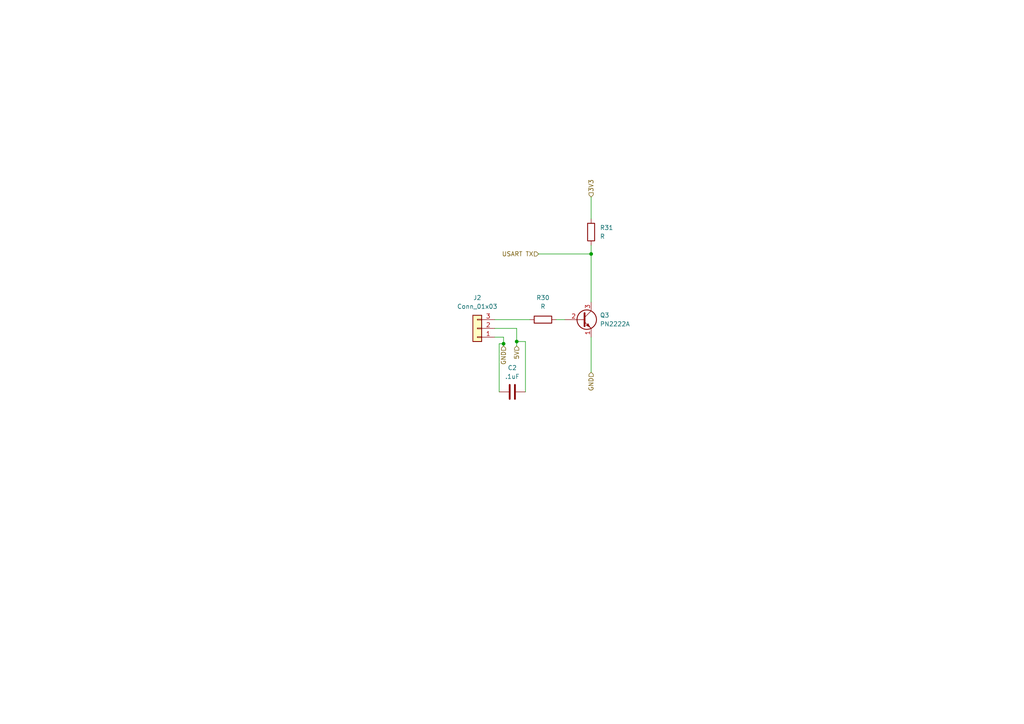
<source format=kicad_sch>
(kicad_sch (version 20230121) (generator eeschema)
  (paper "A4")
  (lib_symbols
    (symbol "Connector_Generic:Conn_01x03" (pin_names (offset 1.016) hide)
      (property "Reference" "J" (at 0 5.08 0))
      (property "Value" "Conn_01x03" (at 0 -5.08 0))
      (symbol "Conn_01x03_1_1"
        (rectangle (start -1.27 -2.413) (end 0 -2.667) (stroke (width 0.1524)))
        (rectangle (start -1.27 0.127) (end 0 -0.127) (stroke (width 0.1524)))
        (rectangle (start -1.27 2.667) (end 0 2.413) (stroke (width 0.1524)))
        (rectangle (start -1.27 3.81) (end 1.27 -3.81) (stroke (width 0.254)) (fill (type background)))
        (pin passive line (at -5.08 2.54 0) (length 3.81) (name "Pin_1") (number "1"))
        (pin passive line (at -5.08 0 0) (length 3.81) (name "Pin_2") (number "2"))
        (pin passive line (at -5.08 -2.54 0) (length 3.81) (name "Pin_3") (number "3"))
      )
    )
    (symbol "Device:C" (pin_numbers hide) (pin_names (offset 0.254))
      (property "Reference" "C" (at 0.635 2.54 0))
      (property "Value" "C" (at 0.635 -2.54 0))
      (symbol "C_0_1"
        (polyline (pts (xy -2.032 -0.762) (xy 2.032 -0.762)) (stroke (width 0.508)))
        (polyline (pts (xy -2.032 0.762) (xy 2.032 0.762)) (stroke (width 0.508)))
      )
      (symbol "C_1_1"
        (pin passive line (at 0 3.81 270) (length 2.794) (name "~") (number "1"))
        (pin passive line (at 0 -3.81 90) (length 2.794) (name "~") (number "2"))
      )
    )
    (symbol "Device:R" (pin_numbers hide) (pin_names (offset 0))
      (property "Reference" "R" (at 2.032 0 90))
      (property "Value" "R" (at 0 0 90))
      (symbol "R_0_1"
        (rectangle (start -1.016 -2.54) (end 1.016 2.54) (stroke (width 0.254)))
      )
      (symbol "R_1_1"
        (pin passive line (at 0 3.81 270) (length 1.27) (name "~") (number "1"))
        (pin passive line (at 0 -3.81 90) (length 1.27) (name "~") (number "2"))
      )
    )
    (symbol "Transistor_BJT:PN2222A" (pin_names (offset 0) hide)
      (property "Reference" "Q" (at 5.08 1.905 0))
      (property "Value" "PN2222A" (at 5.08 0 0))
      (symbol "PN2222A_0_1"
        (polyline (pts (xy 0 0) (xy 0.635 0)))
        (polyline (pts (xy 2.54 -2.54) (xy 0.635 -0.635)))
        (polyline (pts (xy 2.54 2.54) (xy 0.635 0.635)))
        (polyline (pts (xy 0.635 1.905) (xy 0.635 -1.905) (xy 0.635 -1.905)) (stroke (width 0.508)))
        (polyline (pts (xy 2.413 -2.413) (xy 1.905 -1.905) (xy 1.905 -1.905)))
        (polyline (pts (xy 1.143 -1.651) (xy 1.651 -1.143) (xy 2.159 -2.159) (xy 1.143 -1.651) (xy 1.143 -1.651)) (fill (type outline)))
        (circle (center 1.27 0) (radius 2.8194) (stroke (width 0.254)))
      )
      (symbol "PN2222A_1_1"
        (pin passive line (at 2.54 -5.08 90) (length 2.54) (name "E") (number "1"))
        (pin input line (at -5.08 0 0) (length 5.08) (name "B") (number "2"))
        (pin passive line (at 2.54 5.08 270) (length 2.54) (name "C") (number "3"))
      )
    )
  )
  (junction (at 171.45 73.66))
  (junction (at 149.86 99.06))
  (junction (at 146.05 99.695))
  (wire (pts (xy 156.21 73.66) (xy 171.45 73.66)))
  (wire (pts (xy 171.45 71.12) (xy 171.45 73.66)))
  (wire (pts (xy 146.05 99.695) (xy 146.05 100.33)))
  (wire (pts (xy 171.45 57.15) (xy 171.45 63.5)))
  (wire (pts (xy 143.51 95.25) (xy 149.86 95.25)))
  (wire (pts (xy 146.05 97.79) (xy 146.05 99.695)))
  (wire (pts (xy 144.78 113.665) (xy 144.78 99.695)))
  (wire (pts (xy 143.51 92.71) (xy 153.67 92.71)))
  (wire (pts (xy 149.86 95.25) (xy 149.86 99.06)))
  (wire (pts (xy 171.45 97.79) (xy 171.45 107.95)))
  (wire (pts (xy 143.51 97.79) (xy 146.05 97.79)))
  (wire (pts (xy 161.29 92.71) (xy 163.83 92.71)))
  (wire (pts (xy 144.78 99.695) (xy 146.05 99.695)))
  (wire (pts (xy 171.45 73.66) (xy 171.45 87.63)))
  (wire (pts (xy 149.86 99.06) (xy 149.86 100.33)))
  (wire (pts (xy 152.4 113.665) (xy 152.4 99.06)))
  (wire (pts (xy 149.86 99.06) (xy 152.4 99.06)))
  (hierarchical_label "5V" (shape input) (at 149.86 100.33 270))
  (hierarchical_label "GND" (shape input) (at 171.45 107.95 270))
  (hierarchical_label "USART TX" (shape input) (at 156.21 73.66 180))
  (hierarchical_label "3V3" (shape input) (at 171.45 57.15 90))
  (hierarchical_label "GND" (shape input) (at 146.05 100.33 270))
  (symbol (lib_id "Device:C") (at 148.59 113.665 90) (unit 1)
    (property "Reference" "C2" (at 148.59 106.68 90))
    (property "Value" ".1uF" (at 148.59 109.22 90))
    (property "Footprint" "Capacitor_THT:C_Disc_D7.0mm_W2.5mm_P5.00mm" (effects hide))
    (instances (project "ROSE-PILK_v1" (path "" (reference "C2") (unit 1)) (path "" (reference "DR16") (unit 1))) (project "power" (path "" (reference "C1") (unit 1)) (path "" (reference "C5") (unit 1))))
  )
  (symbol (lib_id "Device:R") (at 171.45 67.31 0) (unit 1)
    (property "Reference" "R31" (at 173.99 66.04 0) (effects (justify left)))
    (property "Value" "R" (at 173.99 68.58 0) (effects (justify left)))
    (property "Footprint" "Resistor_THT:R_Axial_DIN0207_L6.3mm_D2.5mm_P10.16mm_Horizontal" (effects hide))
    (instances (project "ROSE-PILK_v1" (path "" (reference "R31") (unit 1))) (project "CAN Bus" (path "" (reference "R2") (unit 1))))
  )
  (symbol (lib_id "Device:R") (at 157.48 92.71 90) (unit 1)
    (property "Reference" "R30" (at 157.48 86.36 90))
    (property "Value" "R" (at 157.48 88.9 90))
    (property "Footprint" "Resistor_THT:R_Axial_DIN0207_L6.3mm_D2.5mm_P10.16mm_Horizontal" (effects hide))
    (instances (project "ROSE-PILK_v1" (path "" (reference "R30") (unit 1))) (project "CAN Bus" (path "" (reference "R1") (unit 1))))
  )
  (symbol (lib_id "Transistor_BJT:PN2222A") (at 168.91 92.71 0) (unit 1)
    (property "Reference" "Q3" (at 173.99 91.44 0) (effects (justify left)))
    (property "Value" "PN2222A" (at 173.99 93.98 0) (effects (justify left)))
    (property "Footprint" "Package_TO_SOT_THT:TO-92_Inline" (effects hide))
    (property "Datasheet" "https://www.onsemi.com/pub/Collateral/PN2222-D.PDF" (effects hide))
  )
  (symbol (lib_id "Connector_Generic:Conn_01x03") (at 138.43 95.25 180) (unit 1)
    (property "Reference" "J2" (at 138.43 86.36 0))
    (property "Value" "Conn_01x03" (at 138.43 88.9 0))
    (property "Footprint" "Connector_PinHeader_2.00mm:PinHeader_1x03_P2.00mm_Vertical" (effects hide))
    (instances (project "ROSE-PILK_v1" (path "" (reference "J2") (unit 1))) (project "CAN Bus" (path "" (reference "J1") (unit 1))))
  )
)
</source>
